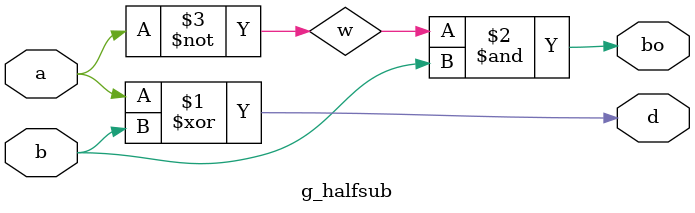
<source format=v>
module g_halfsub(a,b,d,bo);
    input a,b;
    output d,bo;
    wire w;
    xor(d,a,b);
    not(w,a) ;
    and(bo,w,b);
endmodule

</source>
